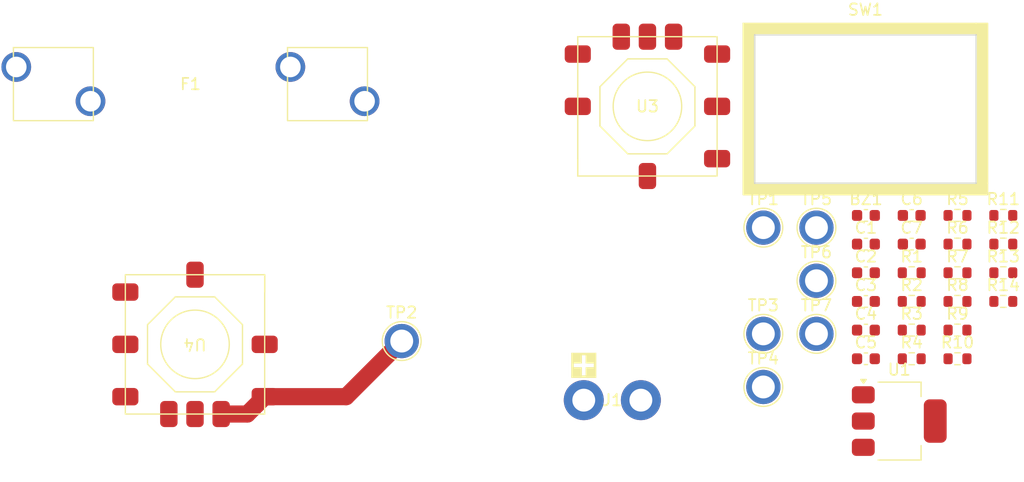
<source format=kicad_pcb>
(kicad_pcb (version 20241229) (generator "pcbnew") (generator_version "9.0")
  (layers (0 "F.Cu" signal) (2 "B.Cu" signal) (13 "F.Paste" user) (15 "B.Paste" user) (5 "F.SilkS" user "F.Silkscreen") (7 "B.SilkS" user "B.Silkscreen") (1 "F.Mask" user) (3 "B.Mask" user) (25 "Edge.Cuts" user))
  (net 0 "")
  (net 1 "Prt.Buzz")
  (net 2 "GND")
  (net 3 "+BATT")
  (net 4 "+3.3VA")
  (net 5 "+3.3V")
  (net 6 "Net-(U3-ON{slash}OFF)")
  (net 7 "+12V")
  (net 8 "+5V")
  (net 9 "Net-(U4-ON{slash}OFF)")
  (net 10 "Net-(SW1-A)")
  (net 11 "Net-(J1-Pin_1)")
  (net 12 "ICSPDAT")
  (net 13 "Net-(Q1-G)")
  (net 14 "Net-(Q2-G)")
  (net 15 "Prt.Shut")
  (net 16 "Net-(D1-A)")
  (net 17 "Prt.LED")
  (net 18 "Net-(JP1-A)")
  (net 19 "Net-(R8-Pad2)")
  (net 20 "Net-(U3-Trim)")
  (net 21 "Net-(R11-Pad2)")
  (net 22 "Net-(U4-Trim)")
  (net 23 "Net-(R12-Pad2)")
  (footprint "Resistor_SMD:R_0603_1608Metric" (layer "F.Cu") (at 188.175 109.01)
    (property "Reference" "R12" (at 0 -1.43 0) (layer "F.SilkS"))
    (property "Value" "330")
    (fp_line (start -0.237258 -0.5225) (end 0.237258 -0.5225) (stroke (width 0.12)) (layer "F.SilkS"))
    (fp_line (start -0.237258 0.5225) (end 0.237258 0.5225) (stroke (width 0.12)) (layer "F.SilkS"))
    (pad "1" smd roundrect (at -0.825 0) (size 0.8 0.95) (layers "F.Cu" "F.Mask" "F.Paste") (net 21 "Net-(R11-Pad2)"))
    (pad "2" smd roundrect (at 0.825 0) (size 0.8 0.95) (layers "F.Cu" "F.Mask" "F.Paste") (net 23 "Net-(R12-Pad2)"))
  )
  (footprint "Capacitor_SMD:C_0603_1608Metric" (layer "F.Cu") (at 180.155 109.01)
    (property "Reference" "C7" (at 0 -1.43 0) (layer "F.SilkS"))
    (property "Value" "22uF")
    (fp_line (start -0.14058 -0.51) (end 0.14058 -0.51) (stroke (width 0.12)) (layer "F.SilkS"))
    (fp_line (start -0.14058 0.51) (end 0.14058 0.51) (stroke (width 0.12)) (layer "F.SilkS"))
    (pad "1" smd roundrect (at -0.775 0) (size 0.9 0.95) (layers "F.Cu" "F.Mask" "F.Paste") (net 7 "+12V"))
    (pad "2" smd roundrect (at 0.775 0) (size 0.9 0.95) (layers "F.Cu" "F.Mask" "F.Paste") (net 9 "Net-(U4-ON{slash}OFF)"))
  )
  (footprint "Resistor_SMD:R_0603_1608Metric" (layer "F.Cu") (at 184.165 119.05)
    (property "Reference" "R10" (at 0 -1.43 0) (layer "F.SilkS"))
    (property "Value" "1.2")
    (fp_line (start -0.237258 -0.5225) (end 0.237258 -0.5225) (stroke (width 0.12)) (layer "F.SilkS"))
    (fp_line (start -0.237258 0.5225) (end 0.237258 0.5225) (stroke (width 0.12)) (layer "F.SilkS"))
    (pad "1" smd roundrect (at -0.825 0) (size 0.8 0.95) (layers "F.Cu" "F.Mask" "F.Paste") (net 5 "+3.3V"))
    (pad "2" smd roundrect (at 0.825 0) (size 0.8 0.95) (layers "F.Cu" "F.Mask" "F.Paste") (net 6 "Net-(U3-ON{slash}OFF)"))
  )
  (footprint "Capacitor_SMD:C_0603_1608Metric" (layer "F.Cu") (at 176.145 106.5)
    (property "Reference" "BZ1" (at 0 -1.43 0) (layer "F.SilkS"))
    (property "Value" "Buzzer")
    (fp_line (start -0.14058 -0.51) (end 0.14058 -0.51) (stroke (width 0.12)) (layer "F.SilkS"))
    (fp_line (start -0.14058 0.51) (end 0.14058 0.51) (stroke (width 0.12)) (layer "F.SilkS"))
    (pad "1" smd roundrect (at -0.775 0) (size 0.9 0.95) (layers "F.Cu" "F.Mask" "F.Paste") (net 1 "Prt.Buzz"))
    (pad "2" smd roundrect (at 0.775 0) (size 0.9 0.95) (layers "F.Cu" "F.Mask" "F.Paste") (net 2 "GND"))
  )
  (footprint "TestPoint:TestPoint_Plated_Hole_D2.0mm" (layer "F.Cu") (at 135.5 117.5)
    (property "Reference" "TP2" (at 0 -2.498 0) (layer "F.SilkS"))
    (property "Value" "TestPoint")
    (fp_circle (center 0 0) (end 0 -1.7) (stroke (width 0.12)) (fill no) (layer "F.SilkS"))
    (pad "1" thru_hole circle (at 0 0) (size 3 3) (drill 2) (layers "*.Cu" "*.Mask") (net 7 "+12V"))
  )
  (footprint "Resistor_SMD:R_0603_1608Metric" (layer "F.Cu") (at 188.175 106.5)
    (property "Reference" "R11" (at 0 -1.43 0) (layer "F.SilkS"))
    (property "Value" "1K")
    (fp_line (start -0.237258 -0.5225) (end 0.237258 -0.5225) (stroke (width 0.12)) (layer "F.SilkS"))
    (fp_line (start -0.237258 0.5225) (end 0.237258 0.5225) (stroke (width 0.12)) (layer "F.SilkS"))
    (pad "1" smd roundrect (at -0.825 0) (size 0.8 0.95) (layers "F.Cu" "F.Mask" "F.Paste") (net 22 "Net-(U4-Trim)"))
    (pad "2" smd roundrect (at 0.825 0) (size 0.8 0.95) (layers "F.Cu" "F.Mask" "F.Paste") (net 21 "Net-(R11-Pad2)"))
  )
  (footprint "Resistor_SMD:R_0603_1608Metric" (layer "F.Cu") (at 184.165 116.54)
    (property "Reference" "R9" (at 0 -1.43 0) (layer "F.SilkS"))
    (property "Value" "680")
    (fp_line (start -0.237258 -0.5225) (end 0.237258 -0.5225) (stroke (width 0.12)) (layer "F.SilkS"))
    (fp_line (start -0.237258 0.5225) (end 0.237258 0.5225) (stroke (width 0.12)) (layer "F.SilkS"))
    (pad "1" smd roundrect (at -0.825 0) (size 0.8 0.95) (layers "F.Cu" "F.Mask" "F.Paste") (net 19 "Net-(R8-Pad2)"))
    (pad "2" smd roundrect (at 0.825 0) (size 0.8 0.95) (layers "F.Cu" "F.Mask" "F.Paste") (net 6 "Net-(U3-ON{slash}OFF)"))
  )
  (footprint "Resistor_SMD:R_0603_1608Metric" (layer "F.Cu") (at 188.175 111.52)
    (property "Reference" "R13" (at 0 -1.43 0) (layer "F.SilkS"))
    (property "Value" "10")
    (fp_line (start -0.237258 -0.5225) (end 0.237258 -0.5225) (stroke (width 0.12)) (layer "F.SilkS"))
    (fp_line (start -0.237258 0.5225) (end 0.237258 0.5225) (stroke (width 0.12)) (layer "F.SilkS"))
    (pad "1" smd roundrect (at -0.825 0) (size 0.8 0.95) (layers "F.Cu" "F.Mask" "F.Paste") (net 23 "Net-(R12-Pad2)"))
    (pad "2" smd roundrect (at 0.825 0) (size 0.8 0.95) (layers "F.Cu" "F.Mask" "F.Paste") (net 9 "Net-(U4-ON{slash}OFF)"))
  )
  (footprint "@2024-Power:VIN" (layer "F.Cu") (at 153.94 122.675)
    (property "Reference" "J1" (at 0 0 0) (layer "F.SilkS"))
    (property "Value" "VIN")
    (fp_text user "+" (at -2.5 -3 0) (layer "F.SilkS" knockout) (effects (font (size 2 2))))
    (pad "1" thru_hole circle (at -2.5 0) (size 3.5 3.5) (drill 2) (layers "*.Cu" "*.Mask") (net 11 "Net-(J1-Pin_1)"))
    (pad "2" thru_hole circle (at 2.5 0) (size 3.5 3.5) (drill 2) (layers "*.Cu" "*.Mask") (net 2 "GND"))
  )
  (footprint "Resistor_SMD:R_0603_1608Metric" (layer "F.Cu") (at 184.165 111.52)
    (property "Reference" "R7" (at 0 -1.43 0) (layer "F.SilkS"))
    (property "Value" "1K")
    (fp_line (start -0.237258 -0.5225) (end 0.237258 -0.5225) (stroke (width 0.12)) (layer "F.SilkS"))
    (fp_line (start -0.237258 0.5225) (end 0.237258 0.5225) (stroke (width 0.12)) (layer "F.SilkS"))
    (pad "1" smd roundrect (at -0.825 0) (size 0.8 0.95) (layers "F.Cu" "F.Mask" "F.Paste") (net 4 "+3.3VA"))
    (pad "2" smd roundrect (at 0.825 0) (size 0.8 0.95) (layers "F.Cu" "F.Mask" "F.Paste") (net 18 "Net-(JP1-A)"))
  )
  (footprint "Package_TO_SOT_SMD:SOT-223-3_TabPin2" (layer "F.Cu") (at 179.065 124.505)
    (property "Reference" "U1" (at 0 -4.5 0) (layer "F.SilkS"))
    (property "Value" "LM1117MP-3.3")
    (fp_line (start -1.85 -3.41) (end 1.91 -3.41) (stroke (width 0.12)) (layer "F.SilkS"))
    (fp_line (start -1.85 3.41) (end 1.91 3.41) (stroke (width 0.12)) (layer "F.SilkS"))
    (fp_line (start 1.91 -3.41) (end 1.91 -2.15) (stroke (width 0.12)) (layer "F.SilkS"))
    (fp_line (start 1.91 3.41) (end 1.91 2.15) (stroke (width 0.12)) (layer "F.SilkS"))
    (fp_poly (pts (xy -3.13 -3.31) (xy -3.37 -3.64) (xy -2.89 -3.64) (xy -3.13 -3.31)) (stroke (width 0.12)) (fill yes) (layer "F.SilkS"))
    (pad "1" smd roundrect (at -3.15 -2.3) (size 2 1.5) (layers "F.Cu" "F.Mask" "F.Paste") (net 2 "GND"))
    (pad "2" smd roundrect (at -3.15 0) (size 2 1.5) (layers "F.Cu" "F.Mask" "F.Paste") (net 4 "+3.3VA"))
    (pad "2" smd roundrect (at 3.15 0) (size 2 3.8) (layers "F.Cu" "F.Mask" "F.Paste") (net 4 "+3.3VA"))
    (pad "3" smd roundrect (at -3.15 2.3) (size 2 1.5) (layers "F.Cu" "F.Mask" "F.Paste") (net 3 "+BATT"))
  )
  (footprint "Capacitor_SMD:C_0603_1608Metric" (layer "F.Cu") (at 176.145 119.05)
    (property "Reference" "C5" (at 0 -1.43 0) (layer "F.SilkS"))
    (property "Value" "22uF")
    (fp_line (start -0.14058 -0.51) (end 0.14058 -0.51) (stroke (width 0.12)) (layer "F.SilkS"))
    (fp_line (start -0.14058 0.51) (end 0.14058 0.51) (stroke (width 0.12)) (layer "F.SilkS"))
    (pad "1" smd roundrect (at -0.775 0) (size 0.9 0.95) (layers "F.Cu" "F.Mask" "F.Paste") (net 7 "+12V"))
    (pad "2" smd roundrect (at 0.775 0) (size 0.9 0.95) (layers "F.Cu" "F.Mask" "F.Paste") (net 6 "Net-(U3-ON{slash}OFF)"))
  )
  (footprint "@2024-Power:Fuse" (layer "F.Cu") (at 117 95)
    (property "Reference" "F1" (at 0 0 0) (layer "F.SilkS"))
    (property "Value" "10A/15A")
    (fp_rect (start -15.5 -3.2) (end -8.5 3.2) (stroke (width 0.12)) (fill no) (layer "F.SilkS"))
    (fp_rect (start 8.5 -3.2) (end 15.5 3.2) (stroke (width 0.12)) (fill no) (layer "F.SilkS"))
    (pad "1" thru_hole circle (at -15.25 -1.5 90) (size 2.6 2.6) (drill 1.8) (layers "*.Cu" "*.Mask") (net 11 "Net-(J1-Pin_1)"))
    (pad "1" thru_hole circle (at -8.75 1.5 90) (size 2.6 2.6) (drill 1.8) (layers "*.Cu" "*.Mask") (net 11 "Net-(J1-Pin_1)"))
    (pad "2" thru_hole circle (at 8.75 -1.5 90) (size 2.6 2.6) (drill 1.8) (layers "*.Cu" "*.Mask") (net 10 "Net-(SW1-A)"))
    (pad "2" thru_hole circle (at 15.25 1.5 90) (size 2.6 2.6) (drill 1.8) (layers "*.Cu" "*.Mask") (net 10 "Net-(SW1-A)"))
  )
  (footprint "Capacitor_SMD:C_0603_1608Metric" (layer "F.Cu") (at 176.145 116.54)
    (property "Reference" "C4" (at 0 -1.43 0) (layer "F.SilkS"))
    (property "Value" "10uF")
    (fp_line (start -0.14058 -0.51) (end 0.14058 -0.51) (stroke (width 0.12)) (layer "F.SilkS"))
    (fp_line (start -0.14058 0.51) (end 0.14058 0.51) (stroke (width 0.12)) (layer "F.SilkS"))
    (pad "1" smd roundrect (at -0.775 0) (size 0.9 0.95) (layers "F.Cu" "F.Mask" "F.Paste") (net 5 "+3.3V"))
    (pad "2" smd roundrect (at 0.775 0) (size 0.9 0.95) (layers "F.Cu" "F.Mask" "F.Paste") (net 6 "Net-(U3-ON{slash}OFF)"))
  )
  (footprint "@2024-Power:OKL-T6-W12N-C" (layer "F.Cu") (at 157.015 96.95)
    (property "Reference" "U3" (at 0 0 0) (layer "F.SilkS"))
    (property "Value" "~")
    (fp_line (start -6.1 4.58) (end -6.1 6.1) (stroke (width 0.12)) (layer "F.SilkS"))
    (fp_line (start -4.157459 -1.722076) (end -4.157459 1.722076) (stroke (width 0.12)) (layer "F.SilkS"))
    (fp_line (start -4.157459 -1.722076) (end -1.722076 -4.157459) (stroke (width 0.12)) (layer "F.SilkS"))
    (fp_line (start -1.722076 4.157459) (end -4.157459 1.722076) (stroke (width 0.12)) (layer "F.SilkS"))
    (fp_line (start -1.722076 4.157459) (end 1.722076 4.157459) (stroke (width 0.12)) (layer "F.SilkS"))
    (fp_line (start 1.722076 -4.157459) (end -1.722076 -4.157459) (stroke (width 0.12)) (layer "F.SilkS"))
    (fp_line (start 1.722076 -4.157459) (end 4.157459 -1.722076) (stroke (width 0.12)) (layer "F.SilkS"))
    (fp_line (start 4.157459 1.722076) (end 1.722076 4.157459) (stroke (width 0.12)) (layer "F.SilkS"))
    (fp_line (start 4.157459 1.722076) (end 4.157459 -1.722076) (stroke (width 0.12)) (layer "F.SilkS"))
    (fp_rect (start -6.1 -6.1) (end 6.1 6.1) (stroke (width 0.12)) (fill no) (layer "F.SilkS"))
    (fp_circle (center 0 0) (end 3 0) (stroke (width 0.12)) (fill no) (layer "F.SilkS"))
    (pad "1" smd roundrect (at -6.1 0 180) (size 2.286 1.524) (layers "F.Cu" "F.Mask" "F.Paste") (net 6 "Net-(U3-ON{slash}OFF)"))
    (pad "2" smd roundrect (at -6.1 -4.58 180) (size 2.286 1.524) (layers "F.Cu" "F.Mask" "F.Paste") (net 7 "+12V"))
    (pad "2" smd roundrect (at -2.29 -6.1 90) (size 2.286 1.524) (layers "F.Cu" "F.Mask" "F.Paste") (net 7 "+12V"))
    (pad "3" smd roundrect (at 0 -6.1 90) (size 2.286 1.524) (layers "F.Cu" "F.Mask" "F.Paste") (net 6 "Net-(U3-ON{slash}OFF)"))
    (pad "3" smd roundrect (at 2.29 -6.1 90) (size 2.286 1.524) (layers "F.Cu" "F.Mask" "F.Paste") (net 6 "Net-(U3-ON{slash}OFF)"))
    (pad "4" smd roundrect (at 6.1 -4.58 180) (size 2.286 1.524) (layers "F.Cu" "F.Mask" "F.Paste") (net 5 "+3.3V"))
    (pad "5" smd roundrect (at 6.1 0 180) (size 2.286 1.524) (layers "F.Cu" "F.Mask" "F.Paste") (net 5 "+3.3V"))
    (pad "6" smd roundrect (at 6.1 4.58 180) (size 2.286 1.524) (layers "F.Cu" "F.Mask" "F.Paste") (net 20 "Net-(U3-Trim)"))
    (pad "7" smd roundrect (at 0 6.1 90) (size 2.286 1.524) (layers "F.Cu" "F.Mask" "F.Paste") (net 6 "Net-(U3-ON{slash}OFF)"))
  )
  (footprint "TestPoint:TestPoint_Plated_Hole_D2.0mm" (layer "F.Cu") (at 171.815 107.57)
    (property "Reference" "TP5" (at 0 -2.498 0) (layer "F.SilkS"))
    (property "Value" "TestPoint")
    (fp_circle (center 0 0) (end 0 -1.7) (stroke (width 0.12)) (fill no) (layer "F.SilkS"))
    (pad "1" thru_hole circle (at 0 0) (size 3 3) (drill 2) (layers "*.Cu" "*.Mask") (net 2 "GND"))
  )
  (footprint "Resistor_SMD:R_0603_1608Metric" (layer "F.Cu") (at 180.155 119.05)
    (property "Reference" "R4" (at 0 -1.43 0) (layer "F.SilkS"))
    (property "Value" "1K")
    (fp_line (start -0.237258 -0.5225) (end 0.237258 -0.5225) (stroke (width 0.12)) (layer "F.SilkS"))
    (fp_line (start -0.237258 0.5225) (end 0.237258 0.5225) (stroke (width 0.12)) (layer "F.SilkS"))
    (pad "1" smd roundrect (at -0.825 0) (size 0.8 0.95) (layers "F.Cu" "F.Mask" "F.Paste") (net 14 "Net-(Q2-G)"))
    (pad "2" smd roundrect (at 0.825 0) (size 0.8 0.95) (layers "F.Cu" "F.Mask" "F.Paste") (net 15 "Prt.Shut"))
  )
  (footprint "Capacitor_SMD:C_0603_1608Metric" (layer "F.Cu") (at 176.145 111.52)
    (property "Reference" "C2" (at 0 -1.43 0) (layer "F.SilkS"))
    (property "Value" "10uF")
    (fp_line (start -0.14058 -0.51) (end 0.14058 -0.51) (stroke (width 0.12)) (layer "F.SilkS"))
    (fp_line (start -0.14058 0.51) (end 0.14058 0.51) (stroke (width 0.12)) (layer "F.SilkS"))
    (pad "1" smd roundrect (at -0.775 0) (size 0.9 0.95) (layers "F.Cu" "F.Mask" "F.Paste") (net 4 "+3.3VA"))
    (pad "2" smd roundrect (at 0.775 0) (size 0.9 0.95) (layers "F.Cu" "F.Mask" "F.Paste") (net 2 "GND"))
  )
  (footprint "Resistor_SMD:R_0603_1608Metric" (layer "F.Cu") (at 184.165 114.03)
    (property "Reference" "R8" (at 0 -1.43 0) (layer "F.SilkS"))
    (property "Value" "1.5K")
    (fp_line (start -0.237258 -0.5225) (end 0.237258 -0.5225) (stroke (width 0.12)) (layer "F.SilkS"))
    (fp_line (start -0.237258 0.5225) (end 0.237258 0.5225) (stroke (width 0.12)) (layer "F.SilkS"))
    (pad "1" smd roundrect (at -0.825 0) (size 0.8 0.95) (layers "F.Cu" "F.Mask" "F.Paste") (net 20 "Net-(U3-Trim)"))
    (pad "2" smd roundrect (at 0.825 0) (size 0.8 0.95) (layers "F.Cu" "F.Mask" "F.Paste") (net 19 "Net-(R8-Pad2)"))
  )
  (footprint "@2024-Power:OKL-T6-W12N-C" (layer "F.Cu") (at 117.4 117.79 180)
    (property "Reference" "U4" (at 0 0 180) (layer "F.SilkS"))
    (property "Value" "~")
    (fp_line (start 4.157459 1.722076) (end 4.157459 -1.722076) (stroke (width 0.12)) (layer "F.SilkS"))
    (fp_line (start 4.157459 1.722076) (end 1.722076 4.157459) (stroke (width 0.12)) (layer "F.SilkS"))
    (fp_line (start 1.722076 -4.157459) (end 4.157459 -1.722076) (stroke (width 0.12)) (layer "F.SilkS"))
    (fp_line (start 1.722076 -4.157459) (end -1.722076 -4.157459) (stroke (width 0.12)) (layer "F.SilkS"))
    (fp_line (start -1.722076 4.157459) (end 1.722076 4.157459) (stroke (width 0.12)) (layer "F.SilkS"))
    (fp_line (start -1.722076 4.157459) (end -4.157459 1.722076) (stroke (width 0.12)) (layer "F.SilkS"))
    (fp_line (start -4.157459 -1.722076) (end -1.722076 -4.157459) (stroke (width 0.12)) (layer "F.SilkS"))
    (fp_line (start -4.157459 -1.722076) (end -4.157459 1.722076) (stroke (width 0.12)) (layer "F.SilkS"))
    (fp_line (start -6.1 4.58) (end -6.1 6.1) (stroke (width 0.12)) (layer "F.SilkS"))
    (fp_rect (start -6.1 -6.1) (end 6.1 6.1) (stroke (width 0.12)) (fill no) (layer "F.SilkS"))
    (fp_circle (center 0 0) (end 3 0) (stroke (width 0.12)) (fill no) (layer "F.SilkS"))
    (pad "1" smd roundrect (at -6.1 0) (size 2.286 1.524) (layers "F.Cu" "F.Mask" "F.Paste") (net 9 "Net-(U4-ON{slash}OFF)"))
    (pad "2" smd roundrect (at -6.1 -4.58) (size 2.286 1.524) (layers "F.Cu" "F.Mask" "F.Paste") (net 7 "+12V"))
    (pad "2" smd roundrect (at -2.29 -6.1 270) (size 2.286 1.524) (layers "F.Cu" "F.Mask" "F.Paste") (net 7 "+12V"))
    (pad "3" smd roundrect (at 0 -6.1 270) (size 2.286 1.524) (layers "F.Cu" "F.Mask" "F.Paste") (net 9 "Net-(U4-ON{slash}OFF)"))
    (pad "3" smd roundrect (at 2.29 -6.1 270) (size 2.286 1.524) (layers "F.Cu" "F.Mask" "F.Paste") (net 9 "Net-(U4-ON{slash}OFF)"))
    (pad "4" smd roundrect (at 6.1 -4.58) (size 2.286 1.524) (layers "F.Cu" "F.Mask" "F.Paste") (net 8 "+5V"))
    (pad "5" smd roundrect (at 6.1 0) (size 2.286 1.524) (layers "F.Cu" "F.Mask" "F.Paste") (net 8 "+5V"))
    (pad "6" smd roundrect (at 6.1 4.58) (size 2.286 1.524) (layers "F.Cu" "F.Mask" "F.Paste") (net 22 "Net-(U4-Trim)"))
    (pad "7" smd roundrect (at 0 6.1 270) (size 2.286 1.524) (layers "F.Cu" "F.Mask" "F.Paste") (net 9 "Net-(U4-ON{slash}OFF)"))
  )
  (footprint "Resistor_SMD:R_0603_1608Metric" (layer "F.Cu") (at 184.165 109.01)
    (property "Reference" "R6" (at 0 -1.43 0) (layer "F.SilkS"))
    (property "Value" "330")
    (fp_line (start -0.237258 -0.5225) (end 0.237258 -0.5225) (stroke (width 0.12)) (layer "F.SilkS"))
    (fp_line (start -0.237258 0.5225) (end 0.237258 0.5225) (stroke (width 0.12)) (layer "F.SilkS"))
    (pad "1" smd roundrect (at -0.825 0) (size 0.8 0.95) (layers "F.Cu" "F.Mask" "F.Paste") (net 17 "Prt.LED"))
    (pad "2" smd roundrect (at 0.825 0) (size 0.8 0.95) (layers "F.Cu" "F.Mask" "F.Paste") (net 16 "Net-(D1-A)"))
  )
  (footprint "Resistor_SMD:R_0603_1608Metric" (layer "F.Cu") (at 184.165 106.5)
    (property "Reference" "R5" (at 0 -1.43 0) (layer "F.SilkS"))
    (property "Value" "100K")
    (fp_line (start -0.237258 -0.5225) (end 0.237258 -0.5225) (stroke (width 0.12)) (layer "F.SilkS"))
    (fp_line (start -0.237258 0.5225) (end 0.237258 0.5225) (stroke (width 0.12)) (layer "F.SilkS"))
    (pad "1" smd roundrect (at -0.825 0) (size 0.8 0.95) (layers "F.Cu" "F.Mask" "F.Paste") (net 14 "Net-(Q2-G)"))
    (pad "2" smd roundrect (at 0.825 0) (size 0.8 0.95) (layers "F.Cu" "F.Mask" "F.Paste") (net 2 "GND"))
  )
  (footprint "TestPoint:TestPoint_Plated_Hole_D2.0mm" (layer "F.Cu") (at 171.815 116.87)
    (property "Reference" "TP7" (at 0 -2.498 0) (layer "F.SilkS"))
    (property "Value" "TestPoint")
    (fp_circle (center 0 0) (end 0 -1.7) (stroke (width 0.12)) (fill no) (layer "F.SilkS"))
    (pad "1" thru_hole circle (at 0 0) (size 3 3) (drill 2) (layers "*.Cu" "*.Mask") (net 12 "ICSPDAT"))
  )
  (footprint "Capacitor_SMD:C_0603_1608Metric" (layer "F.Cu") (at 176.145 109.01)
    (property "Reference" "C1" (at 0 -1.43 0) (layer "F.SilkS"))
    (property "Value" "10uF")
    (fp_line (start -0.14058 -0.51) (end 0.14058 -0.51) (stroke (width 0.12)) (layer "F.SilkS"))
    (fp_line (start -0.14058 0.51) (end 0.14058 0.51) (stroke (width 0.12)) (layer "F.SilkS"))
    (pad "1" smd roundrect (at -0.775 0) (size 0.9 0.95) (layers "F.Cu" "F.Mask" "F.Paste") (net 3 "+BATT"))
    (pad "2" smd roundrect (at 0.775 0) (size 0.9 0.95) (layers "F.Cu" "F.Mask" "F.Paste") (net 2 "GND"))
  )
  (footprint "TestPoint:TestPoint_Plated_Hole_D2.0mm" (layer "F.Cu") (at 167.165 116.87)
    (property "Reference" "TP3" (at 0 -2.498 0) (layer "F.SilkS"))
    (property "Value" "TestPoint")
    (fp_circle (center 0 0) (end 0 -1.7) (stroke (width 0.12)) (fill no) (layer "F.SilkS"))
    (pad "1" thru_hole circle (at 0 0) (size 3 3) (drill 2) (layers "*.Cu" "*.Mask") (net 8 "+5V"))
  )
  (footprint "Resistor_SMD:R_0603_1608Metric" (layer "F.Cu") (at 180.155 116.54)
    (property "Reference" "R3" (at 0 -1.43 0) (layer "F.SilkS"))
    (property "Value" "100K")
    (fp_line (start -0.237258 -0.5225) (end 0.237258 -0.5225) (stroke (width 0.12)) (layer "F.SilkS"))
    (fp_line (start -0.237258 0.5225) (end 0.237258 0.5225) (stroke (width 0.12)) (layer "F.SilkS"))
    (pad "1" smd roundrect (at -0.825 0) (size 0.8 0.95) (layers "F.Cu" "F.Mask" "F.Paste") (net 3 "+BATT"))
    (pad "2" smd roundrect (at 0.825 0) (size 0.8 0.95) (layers "F.Cu" "F.Mask" "F.Paste") (net 13 "Net-(Q1-G)"))
  )
  (footprint "Capacitor_SMD:C_0603_1608Metric" (layer "F.Cu") (at 176.145 114.03)
    (property "Reference" "C3" (at 0 -1.43 0) (layer "F.SilkS"))
    (property "Value" "0.1uF")
    (fp_line (start -0.14058 -0.51) (end 0.14058 -0.51) (stroke (width 0.12)) (layer "F.SilkS"))
    (fp_line (start -0.14058 0.51) (end 0.14058 0.51) (stroke (width 0.12)) (layer "F.SilkS"))
    (pad "1" smd roundrect (at -0.775 0) (size 0.9 0.95) (layers "F.Cu" "F.Mask" "F.Paste") (net 4 "+3.3VA"))
    (pad "2" smd roundrect (at 0.775 0) (size 0.9 0.95) (layers "F.Cu" "F.Mask" "F.Paste") (net 2 "GND"))
  )
  (footprint "Capacitor_SMD:C_0603_1608Metric" (layer "F.Cu") (at 180.155 106.5)
    (property "Reference" "C6" (at 0 -1.43 0) (layer "F.SilkS"))
    (property "Value" "10uF")
    (fp_line (start -0.14058 -0.51) (end 0.14058 -0.51) (stroke (width 0.12)) (layer "F.SilkS"))
    (fp_line (start -0.14058 0.51) (end 0.14058 0.51) (stroke (width 0.12)) (layer "F.SilkS"))
    (pad "1" smd roundrect (at -0.775 0) (size 0.9 0.95) (layers "F.Cu" "F.Mask" "F.Paste") (net 8 "+5V"))
    (pad "2" smd roundrect (at 0.775 0) (size 0.9 0.95) (layers "F.Cu" "F.Mask" "F.Paste") (net 9 "Net-(U4-ON{slash}OFF)"))
  )
  (footprint "Resistor_SMD:R_0603_1608Metric" (layer "F.Cu") (at 180.155 114.03)
    (property "Reference" "R2" (at 0 -1.43 0) (layer "F.SilkS"))
    (property "Value" "20K")
    (fp_line (start -0.237258 -0.5225) (end 0.237258 -0.5225) (stroke (width 0.12)) (layer "F.SilkS"))
    (fp_line (start -0.237258 0.5225) (end 0.237258 0.5225) (stroke (width 0.12)) (layer "F.SilkS"))
    (pad "1" smd roundrect (at -0.825 0) (size 0.8 0.95) (layers "F.Cu" "F.Mask" "F.Paste") (net 12 "ICSPDAT"))
    (pad "2" smd roundrect (at 0.825 0) (size 0.8 0.95) (layers "F.Cu" "F.Mask" "F.Paste") (net 2 "GND"))
  )
  (footprint "Resistor_SMD:R_0603_1608Metric" (layer "F.Cu") (at 188.175 114.03)
    (property "Reference" "R14" (at 0 -1.43 0) (layer "F.SilkS"))
    (property "Value" "1.2K")
    (fp_line (start -0.237258 -0.5225) (end 0.237258 -0.5225) (stroke (width 0.12)) (layer "F.SilkS"))
    (fp_line (start -0.237258 0.5225) (end 0.237258 0.5225) (stroke (width 0.12)) (layer "F.SilkS"))
    (pad "1" smd roundrect (at -0.825 0) (size 0.8 0.95) (layers "F.Cu" "F.Mask" "F.Paste") (net 8 "+5V"))
    (pad "2" smd roundrect (at 0.825 0) (size 0.8 0.95) (layers "F.Cu" "F.Mask" "F.Paste") (net 9 "Net-(U4-ON{slash}OFF)"))
  )
  (footprint "TestPoint:TestPoint_Plated_Hole_D2.0mm" (layer "F.Cu") (at 167.165 121.52)
    (property "Reference" "TP4" (at 0 -2.498 0) (layer "F.SilkS"))
    (property "Value" "TestPoint")
    (fp_circle (center 0 0) (end 0 -1.7) (stroke (width 0.12)) (fill no) (layer "F.SilkS"))
    (pad "1" thru_hole circle (at 0 0) (size 3 3) (drill 2) (layers "*.Cu" "*.Mask") (net 5 "+3.3V"))
  )
  (footprint "@2024-Power:RA1113112R" (layer "F.Cu") (at 176.1 97.185)
    (property "Reference" "SW1" (at 0 -8.7 0) (layer "F.SilkS"))
    (property "Value" "Locker")
    (fp_rect (start -10.7 -7.5) (end 9.7 -6.5) (stroke (width 0.12)) (fill yes) (layer "F.SilkS"))
    (fp_rect (start -10.7 -6.5) (end -9.7 7.5) (stroke (width 0.12)) (fill yes) (layer "F.SilkS"))
    (fp_rect (start -9.7 6.5) (end 10.7 7.5) (stroke (width 0.12)) (fill yes) (layer "F.SilkS"))
    (fp_rect (start 9.7 -7.5) (end 10.7 6.5) (stroke (width 0.12)) (fill yes) (layer "F.SilkS"))
    (fp_rect (start 9.7 -6.5) (end -9.7 6.5) (stroke (width 0.12)) (fill no) (layer "Edge.Cuts"))
  )
  (footprint "TestPoint:TestPoint_Plated_Hole_D2.0mm" (layer "F.Cu") (at 167.165 107.57)
    (property "Reference" "TP1" (at 0 -2.498 0) (layer "F.SilkS"))
    (property "Value" "TestPoint")
    (fp_circle (center 0 0) (end 0 -1.7) (stroke (width 0.12)) (fill no) (layer "F.SilkS"))
    (pad "1" thru_hole circle (at 0 0) (size 3 3) (drill 2) (layers "*.Cu" "*.Mask") (net 3 "+BATT"))
  )
  (footprint "TestPoint:TestPoint_Plated_Hole_D2.0mm" (layer "F.Cu") (at 171.815 112.22)
    (property "Reference" "TP6" (at 0 -2.498 0) (layer "F.SilkS"))
    (property "Value" "TestPoint")
    (fp_circle (center 0 0) (end 0 -1.7) (stroke (width 0.12)) (fill no) (layer "F.SilkS"))
    (pad "1" thru_hole circle (at 0 0) (size 3 3) (drill 2) (layers "*.Cu" "*.Mask") (net 2 "GND"))
  )
  (footprint "Resistor_SMD:R_0603_1608Metric" (layer "F.Cu") (at 180.155 111.52)
    (property "Reference" "R1" (at 0 -1.43 0) (layer "F.SilkS"))
    (property "Value" "100K")
    (fp_line (start -0.237258 -0.5225) (end 0.237258 -0.5225) (stroke (width 0.12)) (layer "F.SilkS"))
    (fp_line (start -0.237258 0.5225) (end 0.237258 0.5225) (stroke (width 0.12)) (layer "F.SilkS"))
    (pad "1" smd roundrect (at -0.825 0) (size 0.8 0.95) (layers "F.Cu" "F.Mask" "F.Paste") (net 3 "+BATT"))
    (pad "2" smd roundrect (at 0.825 0) (size 0.8 0.95) (layers "F.Cu" "F.Mask" "F.Paste") (net 12 "ICSPDAT"))
  )
  (segment (start 130.63 122.37) (end 135.5 117.5) (width 1.5) (layer "F.Cu") (net 7))
  (segment (start 123.5 122.37) (end 130.63 122.37) (width 1.5) (layer "F.Cu") (net 7))
  (segment (start 119.69 123.89) (end 121.98 123.89) (width 1.5) (layer "F.Cu") (net 7))
  (segment (start 121.98 123.89) (end 123.5 122.37) (width 1.5) (layer "F.Cu") (net 7))
)
</source>
